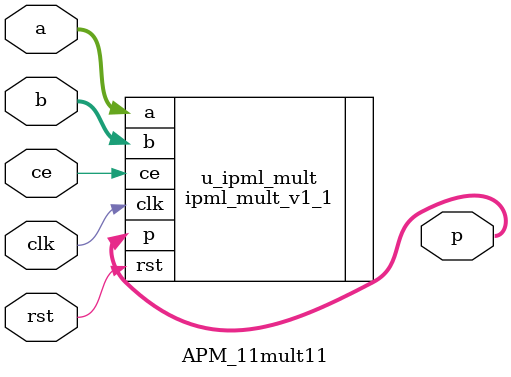
<source format=v>


module APM_11mult11
( 
     ce  ,
     rst ,
     clk ,
     a   ,
     b   ,
     p
);



localparam ASIZE = 11 ; //@IPC int 2,72

localparam BSIZE = 11 ; //@IPC int 2,72

localparam A_SIGNED = 0 ; //@IPC enum 0,1

localparam B_SIGNED = 0 ; //@IPC enum 0,1

localparam ASYNC_RST = 1 ; //@IPC enum 0,1

localparam OPTIMAL_TIMING = 0 ; //@IPC enum 0,1

localparam INREG_EN = 0 ; //@IPC enum 0,1

localparam PIPEREG_EN_1 = 0 ; //@IPC enum 0,1

localparam PIPEREG_EN_2 = 0 ; //@IPC enum 0,1

localparam PIPEREG_EN_3 = 0 ; //@IPC enum 0,1

localparam OUTREG_EN = 0 ; //@IPC enum 0,1

//tmp variable for ipc purpose 

localparam PIPE_STATUS = 0 ; //@IPC enum 0,1,2,3,4,5

localparam ASYNC_RST_BOOL = 1 ; //@IPC bool

localparam OPTIMAL_TIMING_BOOL = 0 ; //@IPC bool

//end of tmp variable
localparam  GRS_EN       = "FALSE"         ;  

localparam  PSIZE = ASIZE + BSIZE          ;  

input                 ce  ;
input                 rst ;
input                 clk ;
input  [ASIZE-1:0]    a   ;
input  [BSIZE-1:0]    b   ;
output [PSIZE-1:0]    p   ;

ipml_mult_v1_1
    #(  
    .ASIZE           ( ASIZE            ),
    .BSIZE           ( BSIZE            ),
    .OPTIMAL_TIMING  ( OPTIMAL_TIMING   ),    
    .INREG_EN        ( INREG_EN         ),    
    .PIPEREG_EN_1    ( PIPEREG_EN_1     ),     
    .PIPEREG_EN_2    ( PIPEREG_EN_2     ),
    .PIPEREG_EN_3    ( PIPEREG_EN_3     ),
    .OUTREG_EN       ( OUTREG_EN        ),
    .GRS_EN          ( GRS_EN           ),  
    .A_SIGNED        ( A_SIGNED         ),     
    .B_SIGNED        ( B_SIGNED         ),     
    .ASYNC_RST       ( ASYNC_RST        )      
    )u_ipml_mult
    (
    .ce              ( ce     ),
    .rst             ( rst    ),
    .clk             ( clk    ),
    .a               ( a      ),
    .b               ( b      ),
    .p               ( p      )
    );

endmodule


</source>
